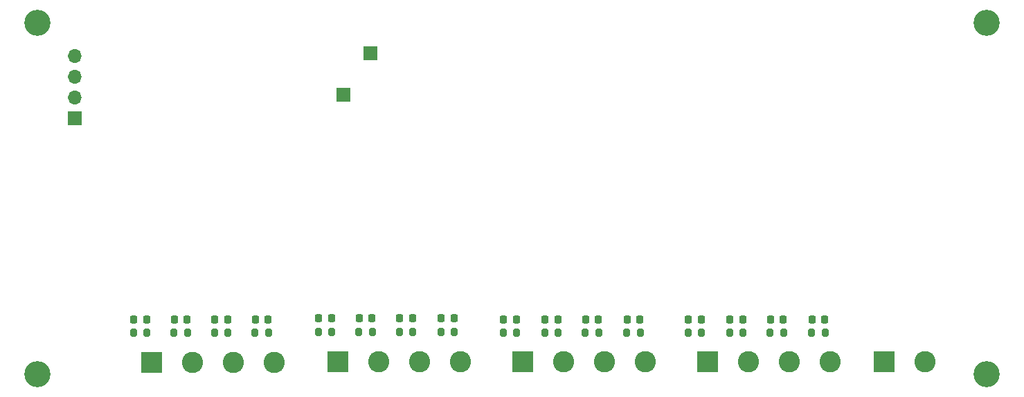
<source format=gbs>
%TF.GenerationSoftware,KiCad,Pcbnew,(6.0.0)*%
%TF.CreationDate,2023-01-31T14:33:53-05:00*%
%TF.ProjectId,i2c 24vout,69326320-3234-4766-9f75-742e6b696361,rev?*%
%TF.SameCoordinates,Original*%
%TF.FileFunction,Soldermask,Bot*%
%TF.FilePolarity,Negative*%
%FSLAX46Y46*%
G04 Gerber Fmt 4.6, Leading zero omitted, Abs format (unit mm)*
G04 Created by KiCad (PCBNEW (6.0.0)) date 2023-01-31 14:33:53*
%MOMM*%
%LPD*%
G01*
G04 APERTURE LIST*
G04 Aperture macros list*
%AMRoundRect*
0 Rectangle with rounded corners*
0 $1 Rounding radius*
0 $2 $3 $4 $5 $6 $7 $8 $9 X,Y pos of 4 corners*
0 Add a 4 corners polygon primitive as box body*
4,1,4,$2,$3,$4,$5,$6,$7,$8,$9,$2,$3,0*
0 Add four circle primitives for the rounded corners*
1,1,$1+$1,$2,$3*
1,1,$1+$1,$4,$5*
1,1,$1+$1,$6,$7*
1,1,$1+$1,$8,$9*
0 Add four rect primitives between the rounded corners*
20,1,$1+$1,$2,$3,$4,$5,0*
20,1,$1+$1,$4,$5,$6,$7,0*
20,1,$1+$1,$6,$7,$8,$9,0*
20,1,$1+$1,$8,$9,$2,$3,0*%
G04 Aperture macros list end*
%ADD10R,2.600000X2.600000*%
%ADD11C,2.600000*%
%ADD12C,3.200000*%
%ADD13R,1.700000X1.700000*%
%ADD14O,1.700000X1.700000*%
%ADD15RoundRect,0.200000X0.200000X0.275000X-0.200000X0.275000X-0.200000X-0.275000X0.200000X-0.275000X0*%
%ADD16RoundRect,0.225000X0.225000X0.250000X-0.225000X0.250000X-0.225000X-0.250000X0.225000X-0.250000X0*%
G04 APERTURE END LIST*
D10*
%TO.C,J1*%
X197946000Y-125313000D03*
D11*
X202946000Y-125313000D03*
%TD*%
D10*
%TO.C,J4*%
X153703000Y-125313000D03*
D11*
X158703000Y-125313000D03*
X163703000Y-125313000D03*
X168703000Y-125313000D03*
%TD*%
D10*
%TO.C,J2*%
X108364000Y-125440000D03*
D11*
X113364000Y-125440000D03*
X118364000Y-125440000D03*
X123364000Y-125440000D03*
%TD*%
D12*
%TO.C,REF\u002A\u002A*%
X94400000Y-83834000D03*
%TD*%
D10*
%TO.C,J3*%
X131097000Y-125313000D03*
D11*
X136097000Y-125313000D03*
X141097000Y-125313000D03*
X146097000Y-125313000D03*
%TD*%
D13*
%TO.C,J6*%
X99000000Y-95544000D03*
D14*
X99000000Y-93004000D03*
X99000000Y-90464000D03*
X99000000Y-87924000D03*
%TD*%
D10*
%TO.C,J5*%
X176309000Y-125313000D03*
D11*
X181309000Y-125313000D03*
X186309000Y-125313000D03*
X191309000Y-125313000D03*
%TD*%
D13*
%TO.C,J10*%
X131826000Y-92710000D03*
%TD*%
D12*
%TO.C,REF\u002A\u002A*%
X210479000Y-83834000D03*
%TD*%
D13*
%TO.C,J9*%
X135128000Y-87630000D03*
%TD*%
D12*
%TO.C,REF\u002A\u002A*%
X210479000Y-126913000D03*
%TD*%
%TO.C,REF\u002A\u002A*%
X94400000Y-126913000D03*
%TD*%
D15*
%TO.C,R21*%
X130405000Y-121706000D03*
X128755000Y-121706000D03*
%TD*%
D16*
%TO.C,C15*%
X185600000Y-120182000D03*
X184050000Y-120182000D03*
%TD*%
%TO.C,C12*%
X168074000Y-120182000D03*
X166524000Y-120182000D03*
%TD*%
D15*
%TO.C,R24*%
X145391000Y-121706000D03*
X143741000Y-121706000D03*
%TD*%
D16*
%TO.C,C1*%
X107749000Y-120182000D03*
X106199000Y-120182000D03*
%TD*%
%TO.C,C14*%
X180647000Y-120182000D03*
X179097000Y-120182000D03*
%TD*%
D15*
%TO.C,R18*%
X112752000Y-121833000D03*
X111102000Y-121833000D03*
%TD*%
%TO.C,R32*%
X190730000Y-121833000D03*
X189080000Y-121833000D03*
%TD*%
D16*
%TO.C,C10*%
X158041000Y-120182000D03*
X156491000Y-120182000D03*
%TD*%
%TO.C,C11*%
X162994000Y-120182000D03*
X161444000Y-120182000D03*
%TD*%
D15*
%TO.C,R27*%
X163044000Y-121833000D03*
X161394000Y-121833000D03*
%TD*%
D16*
%TO.C,C8*%
X145341000Y-120055000D03*
X143791000Y-120055000D03*
%TD*%
%TO.C,C7*%
X140261000Y-120055000D03*
X138711000Y-120055000D03*
%TD*%
D15*
%TO.C,R29*%
X175617000Y-121833000D03*
X173967000Y-121833000D03*
%TD*%
%TO.C,R19*%
X117705000Y-121833000D03*
X116055000Y-121833000D03*
%TD*%
%TO.C,R25*%
X153011000Y-121833000D03*
X151361000Y-121833000D03*
%TD*%
D16*
%TO.C,C16*%
X190693000Y-120182000D03*
X189143000Y-120182000D03*
%TD*%
D15*
%TO.C,R20*%
X122658000Y-121833000D03*
X121008000Y-121833000D03*
%TD*%
D16*
%TO.C,C6*%
X135308000Y-120055000D03*
X133758000Y-120055000D03*
%TD*%
D15*
%TO.C,R23*%
X140311000Y-121706000D03*
X138661000Y-121706000D03*
%TD*%
D16*
%TO.C,C2*%
X112702000Y-120182000D03*
X111152000Y-120182000D03*
%TD*%
%TO.C,C13*%
X175567000Y-120182000D03*
X174017000Y-120182000D03*
%TD*%
D15*
%TO.C,R17*%
X107799000Y-121833000D03*
X106149000Y-121833000D03*
%TD*%
%TO.C,R28*%
X168124000Y-121833000D03*
X166474000Y-121833000D03*
%TD*%
%TO.C,R22*%
X135358000Y-121706000D03*
X133708000Y-121706000D03*
%TD*%
D16*
%TO.C,C3*%
X117655000Y-120182000D03*
X116105000Y-120182000D03*
%TD*%
%TO.C,C5*%
X130355000Y-120055000D03*
X128805000Y-120055000D03*
%TD*%
D15*
%TO.C,R26*%
X158091000Y-121833000D03*
X156441000Y-121833000D03*
%TD*%
D16*
%TO.C,C4*%
X122608000Y-120182000D03*
X121058000Y-120182000D03*
%TD*%
D15*
%TO.C,R31*%
X185650000Y-121833000D03*
X184000000Y-121833000D03*
%TD*%
%TO.C,R30*%
X180697000Y-121833000D03*
X179047000Y-121833000D03*
%TD*%
D16*
%TO.C,C9*%
X152961000Y-120182000D03*
X151411000Y-120182000D03*
%TD*%
M02*

</source>
